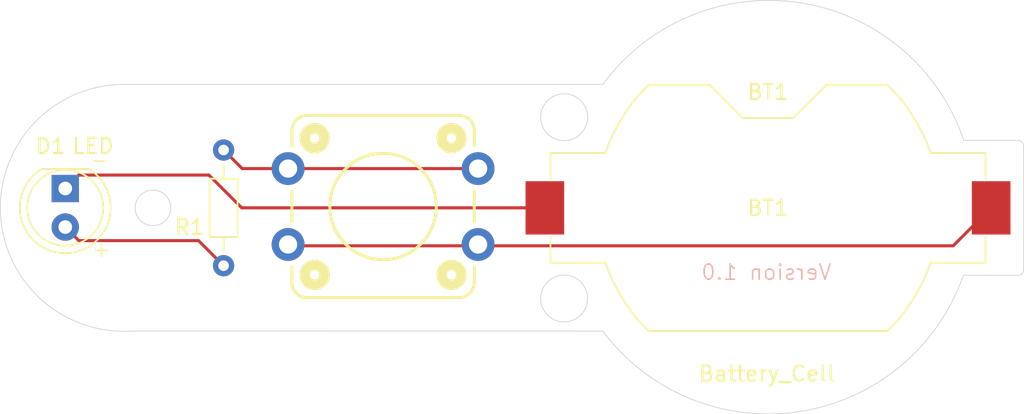
<source format=kicad_pcb>
(kicad_pcb (version 20240108) (generator "pcbnew") (generator_version "8.0")
  (title_block (title "LED Torch") (date "2024-08-27") (rev "1") (company "RF") (comment 1 "Cuccuini SImone"))
  (layers (0 "F.Cu" signal) (31 "B.Cu" signal) (34 "B.Paste" user) (35 "F.Paste" user) (36 "B.SilkS" user "B.Silkscreen") (37 "F.SilkS" user "F.Silkscreen") (38 "B.Mask" user) (39 "F.Mask" user) (44 "Edge.Cuts" user))
  (net 0 "")
  (net 1 "/batt_positive")
  (net 2 "/LED_cathode")
  (net 3 "/LED_anode")
  (net 4 "Net-(SW1A-A)")
  (footprint "SparkFun-Switch:Push_PTH_12x12mm" (layer "F.Cu") (at 141.759 98.338)
    (property "Reference" "SW1")
    (property "Value" "SW_DPDT_x2")
    (fp_line (start -6 -4) (end -6 -5) (stroke (width 0.2032)) (layer "F.SilkS"))
    (fp_line (start -6 1) (end -6 -1) (stroke (width 0.2032)) (layer "F.SilkS"))
    (fp_line (start -6 5) (end -6 4) (stroke (width 0.2032)) (layer "F.SilkS"))
    (fp_line (start -5 -6) (end 5 -6) (stroke (width 0.2032)) (layer "F.SilkS"))
    (fp_line (start 5 6) (end -5 6) (stroke (width 0.2032)) (layer "F.SilkS"))
    (fp_line (start 6 -5) (end 6 -4) (stroke (width 0.2032)) (layer "F.SilkS"))
    (fp_line (start 6 -1) (end 6 1) (stroke (width 0.2032)) (layer "F.SilkS"))
    (fp_line (start 6 4) (end 6 5) (stroke (width 0.2032)) (layer "F.SilkS"))
    (fp_arc (start -6 -5) (mid -5.707107 -5.707107) (end -5 -6) (stroke (width 0.2032)) (layer "F.SilkS"))
    (fp_arc (start -5 6) (mid -5.707107 5.707107) (end -6 5) (stroke (width 0.2032)) (layer "F.SilkS"))
    (fp_arc (start 5 -6) (mid 5.707107 -5.707107) (end 6 -5) (stroke (width 0.2032)) (layer "F.SilkS"))
    (fp_arc (start 6 5) (mid 5.707107 5.707107) (end 5 6) (stroke (width 0.2032)) (layer "F.SilkS"))
    (fp_circle (center -4.5 -4.5) (end -4.2 -4.5) (stroke (width 0.7)) (fill none) (layer "F.SilkS"))
    (fp_circle (center -4.5 4.5) (end -4.2 4.5) (stroke (width 0.7)) (fill none) (layer "F.SilkS"))
    (fp_circle (center 0 0) (end 3.5 0) (stroke (width 0.2032)) (fill none) (layer "F.SilkS"))
    (fp_circle (center 4.5 -4.5) (end 4.8 -4.5) (stroke (width 0.7)) (fill none) (layer "F.SilkS"))
    (fp_circle (center 4.5 4.5) (end 4.8 4.5) (stroke (width 0.7)) (fill none) (layer "F.SilkS"))
    (pad "1" thru_hole circle (at -6.25 -2.5) (size 2.159 2.159) (drill 1.2) (layers "*.Cu" "*.Mask") (net 4 "Net-(SW1A-A)"))
    (pad "1" thru_hole circle (at 6.25 -2.5) (size 2.159 2.159) (drill 1.2) (layers "*.Cu" "*.Mask") (net 4 "Net-(SW1A-A)"))
    (pad "2" thru_hole circle (at -6.25 2.5) (size 2.159 2.159) (drill 1.2) (layers "*.Cu" "*.Mask") (net 1 "/batt_positive"))
    (pad "2" thru_hole circle (at 6.25 2.5) (size 2.159 2.159) (drill 1.2) (layers "*.Cu" "*.Mask") (net 1 "/batt_positive"))
  )
  (footprint "Resistor_THT:R_Axial_DIN0204_L3.6mm_D1.6mm_P7.62mm_Horizontal" (layer "F.Cu") (at 131.266 102.235 90)
    (property "Reference" "R1" (at 2.54 -2.234 0) (layer "F.SilkS"))
    (property "Value" "R")
    (fp_line (start 5.73 -0.92) (end 1.89 -0.92) (stroke (width 0.12)) (layer "F.SilkS"))
    (fp_line (start 1.89 -0.92) (end 1.89 0.92) (stroke (width 0.12)) (layer "F.SilkS"))
    (fp_line (start 6.68 0) (end 5.73 0) (stroke (width 0.12)) (layer "F.SilkS"))
    (fp_line (start 0.94 0) (end 1.89 0) (stroke (width 0.12)) (layer "F.SilkS"))
    (fp_line (start 5.73 0.92) (end 5.73 -0.92) (stroke (width 0.12)) (layer "F.SilkS"))
    (fp_line (start 1.89 0.92) (end 5.73 0.92) (stroke (width 0.12)) (layer "F.SilkS"))
    (pad "1" thru_hole circle (at 0 0 90) (size 1.4 1.4) (drill 0.7) (layers "*.Cu" "*.Mask") (net 3 "/LED_anode"))
    (pad "2" thru_hole oval (at 7.62 0 90) (size 1.4 1.4) (drill 0.7) (layers "*.Cu" "*.Mask") (net 4 "Net-(SW1A-A)"))
  )
  (footprint "LED_THT:LED_D5.0mm" (layer "F.Cu") (at 120.852 97.15 -90)
    (property "Reference" "D1" (at -2.789 0.964 360) (layer "F.SilkS"))
    (property "Value" "LED" (at -2.789 -1.83 360) (layer "F.SilkS"))
    (fp_line (start -1.29 -1.545) (end -1.29 1.545) (stroke (width 0.12)) (layer "F.SilkS"))
    (fp_arc (start 4.26 -0.000462) (mid 2.072002 2.880433) (end -1.29 1.54483) (stroke (width 0.12)) (layer "F.SilkS"))
    (fp_arc (start -1.29 -1.54483) (mid 2.072002 -2.880433) (end 4.26 0.000462) (stroke (width 0.12)) (layer "F.SilkS"))
    (fp_circle (center 1.27 0) (end 3.77 0) (stroke (width 0.12)) (fill none) (layer "F.SilkS"))
    (pad "1" thru_hole rect (at 0 0 270) (size 1.8 1.8) (drill 0.9) (layers "*.Cu" "*.Mask") (net 2 "/LED_cathode"))
    (pad "2" thru_hole circle (at 2.54 0 270) (size 1.8 1.8) (drill 0.9) (layers "*.Cu" "*.Mask") (net 3 "/LED_anode"))
  )
  (footprint "Battery:BatteryHolder_Keystone_1058_1x2032" (layer "F.Cu") (at 167.08 98.425 180)
    (property "Reference" "BT1" (at 0 7.62 0) (layer "F.SilkS"))
    (property "Value" "Battery_Cell" (at 0.075 -10.922 0) (layer "F.SilkS"))
    (fp_line (start 14.31 3.61) (end 10.692 3.61) (stroke (width 0.12)) (layer "F.SilkS"))
    (fp_line (start 14.31 1.9) (end 14.31 3.61) (stroke (width 0.12)) (layer "F.SilkS"))
    (fp_line (start 14.31 -1.9) (end 14.31 -3.61) (stroke (width 0.12)) (layer "F.SilkS"))
    (fp_line (start 10.692 -3.61) (end 14.31 -3.61) (stroke (width 0.12)) (layer "F.SilkS"))
    (fp_line (start 7.8473 8.11) (end 3.86 8.11) (stroke (width 0.12)) (layer "F.SilkS"))
    (fp_line (start 1.66 5.91) (end 3.86 8.11) (stroke (width 0.12)) (layer "F.SilkS"))
    (fp_line (start 1.66 5.91) (end -1.66 5.91) (stroke (width 0.12)) (layer "F.SilkS"))
    (fp_line (start -1.66 5.91) (end -3.86 8.11) (stroke (width 0.12)) (layer "F.SilkS"))
    (fp_line (start -3.86 8.11) (end -7.8473 8.11) (stroke (width 0.12)) (layer "F.SilkS"))
    (fp_line (start -7.8473 -8.11) (end 7.8473 -8.11) (stroke (width 0.12)) (layer "F.SilkS"))
    (fp_line (start -10.692 3.61) (end -14.31 3.61) (stroke (width 0.12)) (layer "F.SilkS"))
    (fp_line (start -14.31 1.9) (end -14.31 3.61) (stroke (width 0.12)) (layer "F.SilkS"))
    (fp_line (start -14.31 -1.9) (end -14.31 -3.61) (stroke (width 0.12)) (layer "F.SilkS"))
    (fp_line (start -14.31 -3.61) (end -10.692 -3.61) (stroke (width 0.12)) (layer "F.SilkS"))
    (fp_arc (start 10.692 3.61) (mid 9.538084 6.031244) (end 7.845371 8.111789) (stroke (width 0.12)) (layer "F.SilkS"))
    (fp_arc (start 7.845371 -8.111789) (mid 9.538085 -6.031244) (end 10.692 -3.61) (stroke (width 0.12)) (layer "F.SilkS"))
    (fp_arc (start -7.845371 8.111789) (mid -9.538085 6.031244) (end -10.692 3.61) (stroke (width 0.12)) (layer "F.SilkS"))
    (fp_arc (start -10.692 -3.61) (mid -9.538084 -6.031244) (end -7.845371 -8.111789) (stroke (width 0.12)) (layer "F.SilkS"))
    (fp_text user "${REFERENCE}" (at 0 0 0) (layer "F.SilkS"))
    (pad "1" smd rect (at -14.68 0 180) (size 2.54 3.51) (layers "F.Cu" "F.Paste" "F.Mask") (net 1 "/batt_positive"))
    (pad "2" smd rect (at 14.68 0 180) (size 2.54 3.51) (layers "F.Cu" "F.Paste" "F.Mask") (net 2 "/LED_cathode"))
  )
  (gr_arc (start 179.930977 102.860289) (mid 169.177546 111.836443) (end 156.21 106.540181) (stroke (width 0.05)) (layer "Edge.Cuts"))
  (gr_line (start 124.841 90.297) (end 156.21 90.297) (stroke (width 0.05)) (layer "Edge.Cuts"))
  (gr_arc (start 125.240816 106.53683) (mid 116.585959 98.625071) (end 124.841 90.297001) (stroke (width 0.05)) (layer "Edge.Cuts"))
  (gr_line (start 183.515 93.98) (end 179.959 93.98) (stroke (width 0.05)) (layer "Edge.Cuts"))
  (gr_circle (center 153.67 104.394) (end 153.924 105.918) (stroke (width 0.05)) (fill none) (layer "Edge.Cuts"))
  (gr_line (start 183.515 102.87) (end 179.930977 102.860289) (stroke (width 0.05)) (layer "Edge.Cuts"))
  (gr_arc (start 156.21 90.297) (mid 169.200795 84.920271) (end 179.955545 93.97595) (stroke (width 0.05)) (layer "Edge.Cuts"))
  (gr_circle (center 153.67 92.456) (end 153.924 93.98) (stroke (width 0.05)) (fill none) (layer "Edge.Cuts"))
  (gr_circle (center 126.619 98.425) (end 126.873 99.568) (stroke (width 0.05)) (fill none) (layer "Edge.Cuts"))
  (gr_arc (start 183.896 102.489) (mid 183.784408 102.758408) (end 183.515 102.87) (stroke (width 0.05)) (layer "Edge.Cuts"))
  (gr_arc (start 183.515 93.98) (mid 183.784408 94.091592) (end 183.896 94.361) (stroke (width 0.05)) (layer "Edge.Cuts"))
  (gr_line (start 125.240816 106.53683) (end 156.21 106.540181) (stroke (width 0.05)) (layer "Edge.Cuts"))
  (gr_line (start 183.896 102.489) (end 183.896 94.361) (stroke (width 0.05)) (layer "Edge.Cuts"))
  (gr_text "Version 1.0" (at 171.323 103.251 0) (layer "B.SilkS") (effects (font (size 1 1) (thickness 0.1)) (justify left bottom mirror)))
  (gr_text "+" (at 122.555 101.727 0) (layer "F.SilkS") (effects (font (size 1 1) (thickness 0.1)) (justify left bottom)))
  (gr_text "-" (at 122.39683 95.86 0) (layer "F.SilkS") (effects (font (size 1 1) (thickness 0.1)) (justify left bottom)))
  (segment (start 135.938 100.925) (end 179.26 100.925) (width 0.2) (layer "F.Cu") (net 1))
  (segment (start 179.26 100.925) (end 181.76 98.425) (width 0.2) (layer "F.Cu") (net 1))
  (segment (start 132.461 98.425) (end 152.4 98.425) (width 0.2) (layer "F.Cu") (net 2))
  (segment (start 120.852 97.15) (end 121.736 96.266) (width 0.2) (layer "F.Cu") (net 2))
  (segment (start 121.736 96.266) (end 130.302 96.266) (width 0.2) (layer "F.Cu") (net 2))
  (segment (start 130.302 96.266) (end 132.461 98.425) (width 0.2) (layer "F.Cu") (net 2))
  (segment (start 120.852 99.69) (end 121.746 100.584) (width 0.2) (layer "F.Cu") (net 3))
  (segment (start 129.615 100.584) (end 131.266 102.235) (width 0.2) (layer "F.Cu") (net 3))
  (segment (start 121.746 100.584) (end 129.615 100.584) (width 0.2) (layer "F.Cu") (net 3))
  (segment (start 131.266 94.615) (end 132.489 95.838) (width 0.2) (layer "F.Cu") (net 4))
  (segment (start 132.489 95.838) (end 148.351 95.838) (width 0.2) (layer "F.Cu") (net 4))
  (segment (start 148.351 95.838) (end 148.438 95.925) (width 0.2) (layer "F.Cu") (net 4))
)
</source>
